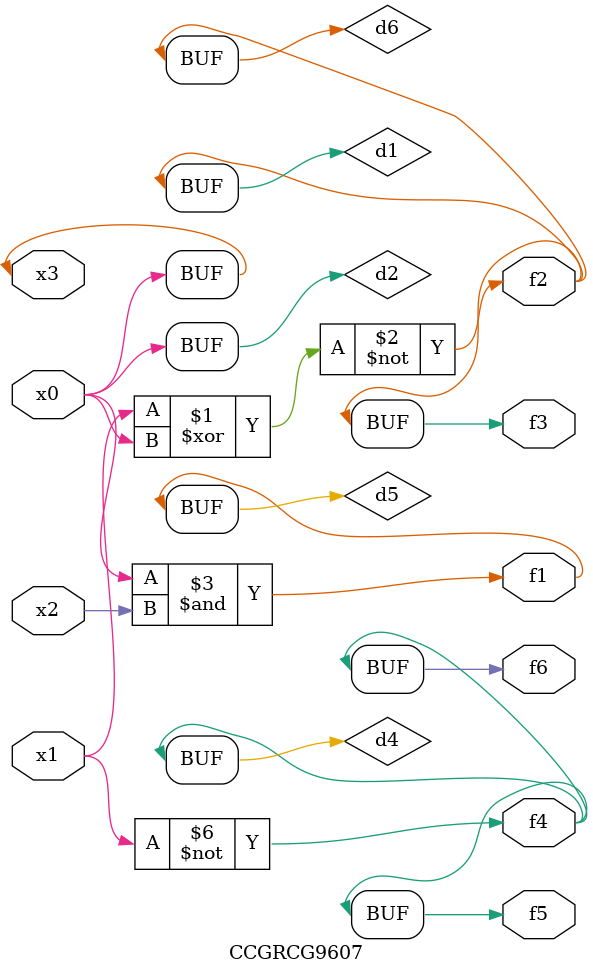
<source format=v>
module CCGRCG9607(
	input x0, x1, x2, x3,
	output f1, f2, f3, f4, f5, f6
);

	wire d1, d2, d3, d4, d5, d6;

	xnor (d1, x1, x3);
	buf (d2, x0, x3);
	nand (d3, x0, x2);
	not (d4, x1);
	nand (d5, d3);
	or (d6, d1);
	assign f1 = d5;
	assign f2 = d6;
	assign f3 = d6;
	assign f4 = d4;
	assign f5 = d4;
	assign f6 = d4;
endmodule

</source>
